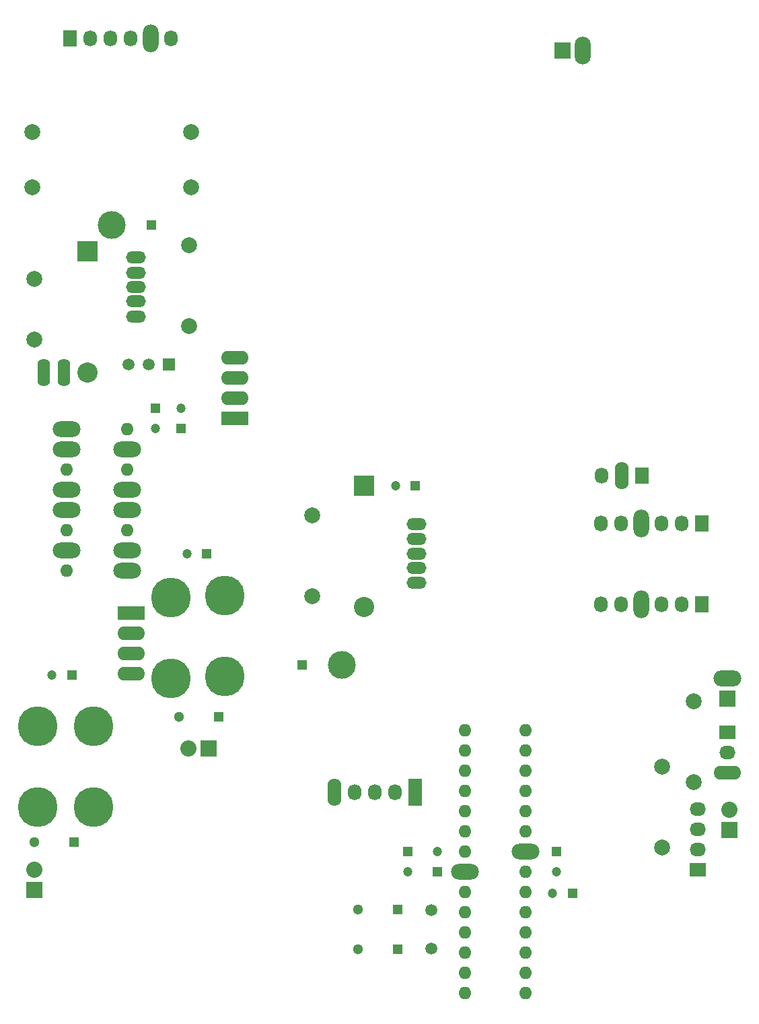
<source format=gbr>
G04 #@! TF.FileFunction,Soldermask,Bot*
%FSLAX46Y46*%
G04 Gerber Fmt 4.6, Leading zero omitted, Abs format (unit mm)*
G04 Created by KiCad (PCBNEW 4.0.5) date 2018 March 06, Tuesday 18:40:40*
%MOMM*%
%LPD*%
G01*
G04 APERTURE LIST*
%ADD10C,0.100000*%
%ADD11R,1.300000X1.300000*%
%ADD12C,1.300000*%
%ADD13R,1.200000X1.200000*%
%ADD14C,1.200000*%
%ADD15C,3.500000*%
%ADD16O,1.600000X3.500000*%
%ADD17C,2.540000*%
%ADD18R,2.540000X2.540000*%
%ADD19R,1.727200X3.500000*%
%ADD20O,1.727200X2.032000*%
%ADD21O,1.727200X3.500000*%
%ADD22R,2.032000X2.032000*%
%ADD23O,2.032000X2.032000*%
%ADD24O,3.500000X2.032000*%
%ADD25R,3.500000X1.727200*%
%ADD26O,3.500000X1.727200*%
%ADD27R,1.727200X2.032000*%
%ADD28O,2.032000X3.500000*%
%ADD29C,5.001260*%
%ADD30C,1.998980*%
%ADD31R,2.032000X1.727200*%
%ADD32O,2.032000X1.727200*%
%ADD33C,1.510000*%
%ADD34R,1.510000X1.510000*%
%ADD35O,3.500000X2.000000*%
%ADD36O,1.600000X1.600000*%
%ADD37O,2.000000X3.500000*%
%ADD38O,2.499360X1.501140*%
%ADD39C,1.501140*%
G04 APERTURE END LIST*
D10*
D11*
X50000000Y-127000000D03*
D12*
X45000000Y-127000000D03*
D11*
X31750000Y-142750000D03*
D12*
X26750000Y-142750000D03*
D13*
X48500000Y-106500000D03*
D14*
X46000000Y-106500000D03*
D13*
X31500000Y-121750000D03*
D14*
X29000000Y-121750000D03*
D11*
X72500000Y-156250000D03*
D12*
X67500000Y-156250000D03*
D11*
X72500000Y-151250000D03*
D12*
X67500000Y-151250000D03*
D13*
X42000000Y-88250000D03*
D14*
X42000000Y-90750000D03*
D13*
X45250000Y-90750000D03*
D14*
X45250000Y-88250000D03*
D13*
X92500000Y-144000000D03*
D14*
X92500000Y-146500000D03*
D13*
X94500000Y-149250000D03*
D14*
X92000000Y-149250000D03*
D13*
X77500000Y-146500000D03*
D14*
X77500000Y-144000000D03*
D13*
X73750000Y-144000000D03*
D14*
X73750000Y-146500000D03*
D11*
X41500000Y-65250000D03*
D15*
X36500000Y-65250000D03*
D13*
X74750000Y-98000000D03*
D14*
X72250000Y-98000000D03*
D16*
X28000000Y-83750000D03*
X30500000Y-83750000D03*
D11*
X60500000Y-120500000D03*
D15*
X65500000Y-120500000D03*
D17*
X33502960Y-83741220D03*
D18*
X33502960Y-68501220D03*
D17*
X68252960Y-113241220D03*
D18*
X68252960Y-98001220D03*
D19*
X74750000Y-136500000D03*
D20*
X72210000Y-136500000D03*
X69670000Y-136500000D03*
X67130000Y-136500000D03*
D21*
X64590000Y-136500000D03*
D22*
X114250000Y-141250000D03*
D23*
X114250000Y-138710000D03*
D22*
X114000000Y-124750000D03*
D24*
X114000000Y-122210000D03*
D25*
X52000000Y-89500000D03*
D26*
X52000000Y-86960000D03*
X52000000Y-84420000D03*
X52000000Y-81880000D03*
D25*
X39000000Y-114000000D03*
D26*
X39000000Y-116540000D03*
X39000000Y-119080000D03*
X39000000Y-121620000D03*
D27*
X103250000Y-96750000D03*
D21*
X100710000Y-96750000D03*
D20*
X98170000Y-96750000D03*
D22*
X93250000Y-43250000D03*
D28*
X95790000Y-43250000D03*
D29*
X50750000Y-111750000D03*
X50750000Y-121910000D03*
X44000000Y-112000000D03*
X44000000Y-122160000D03*
X34250000Y-128250000D03*
X34250000Y-138410000D03*
X27250000Y-128250000D03*
X27250000Y-138410000D03*
D30*
X26750000Y-72000000D03*
X26750000Y-79620000D03*
X61750000Y-101750000D03*
X61750000Y-111910000D03*
D22*
X48750000Y-131000000D03*
D23*
X46210000Y-131000000D03*
D22*
X26750000Y-148750000D03*
D23*
X26750000Y-146210000D03*
D31*
X114000000Y-129000000D03*
D32*
X114000000Y-131540000D03*
D26*
X114000000Y-134080000D03*
D30*
X105750000Y-133250000D03*
X105750000Y-143410000D03*
X109750000Y-135250000D03*
X109750000Y-125090000D03*
X26500000Y-60500000D03*
X46500000Y-60500000D03*
X26500000Y-53500000D03*
X46500000Y-53500000D03*
D33*
X38670000Y-82750000D03*
D34*
X43750000Y-82750000D03*
D33*
X41210000Y-82750000D03*
D30*
X46250000Y-67750000D03*
X46250000Y-77910000D03*
D31*
X110250000Y-146250000D03*
D32*
X110250000Y-143710000D03*
X110250000Y-141170000D03*
X110250000Y-138630000D03*
D35*
X30875000Y-90875000D03*
X30875000Y-93415000D03*
D36*
X30875000Y-95955000D03*
D35*
X30875000Y-98495000D03*
X30875000Y-101035000D03*
D36*
X30875000Y-103575000D03*
D35*
X30875000Y-106115000D03*
D36*
X30875000Y-108655000D03*
D35*
X38495000Y-108655000D03*
X38495000Y-106115000D03*
D36*
X38495000Y-103575000D03*
D35*
X38495000Y-101035000D03*
X38495000Y-98495000D03*
D36*
X38495000Y-95955000D03*
D35*
X38495000Y-93415000D03*
D36*
X38495000Y-90875000D03*
X81000000Y-128750000D03*
X81000000Y-131290000D03*
X81000000Y-133830000D03*
X81000000Y-136370000D03*
X81000000Y-138910000D03*
X81000000Y-141450000D03*
X81000000Y-143990000D03*
D35*
X81000000Y-146530000D03*
D36*
X81000000Y-149070000D03*
X81000000Y-151610000D03*
X81000000Y-154150000D03*
X81000000Y-156690000D03*
X81000000Y-159230000D03*
X81000000Y-161770000D03*
X88620000Y-161770000D03*
X88620000Y-159230000D03*
X88620000Y-156690000D03*
X88620000Y-154150000D03*
X88620000Y-151610000D03*
X88620000Y-149070000D03*
X88620000Y-146530000D03*
D35*
X88620000Y-143990000D03*
D36*
X88620000Y-141450000D03*
X88620000Y-138910000D03*
X88620000Y-136370000D03*
X88620000Y-133830000D03*
X88620000Y-131290000D03*
X88620000Y-128750000D03*
D20*
X98050000Y-112910000D03*
X100590000Y-112910000D03*
D37*
X103130000Y-112910000D03*
D20*
X105670000Y-112910000D03*
X108210000Y-112910000D03*
D27*
X110750000Y-112910000D03*
X110750000Y-102750000D03*
D20*
X108210000Y-102750000D03*
X105670000Y-102750000D03*
D37*
X103130000Y-102750000D03*
D20*
X100590000Y-102750000D03*
X98050000Y-102750000D03*
D38*
X39599440Y-73000000D03*
X39599440Y-69299220D03*
X39599440Y-76700780D03*
X39599440Y-74800860D03*
X39599440Y-71199140D03*
X74849440Y-106500000D03*
X74849440Y-102799220D03*
X74849440Y-110200780D03*
X74849440Y-108300860D03*
X74849440Y-104699140D03*
D27*
X31250000Y-41750000D03*
D20*
X33790000Y-41750000D03*
X36330000Y-41750000D03*
X38870000Y-41750000D03*
D37*
X41410000Y-41750000D03*
D20*
X43950000Y-41750000D03*
D39*
X76750000Y-156190940D03*
X76750000Y-151309060D03*
M02*

</source>
